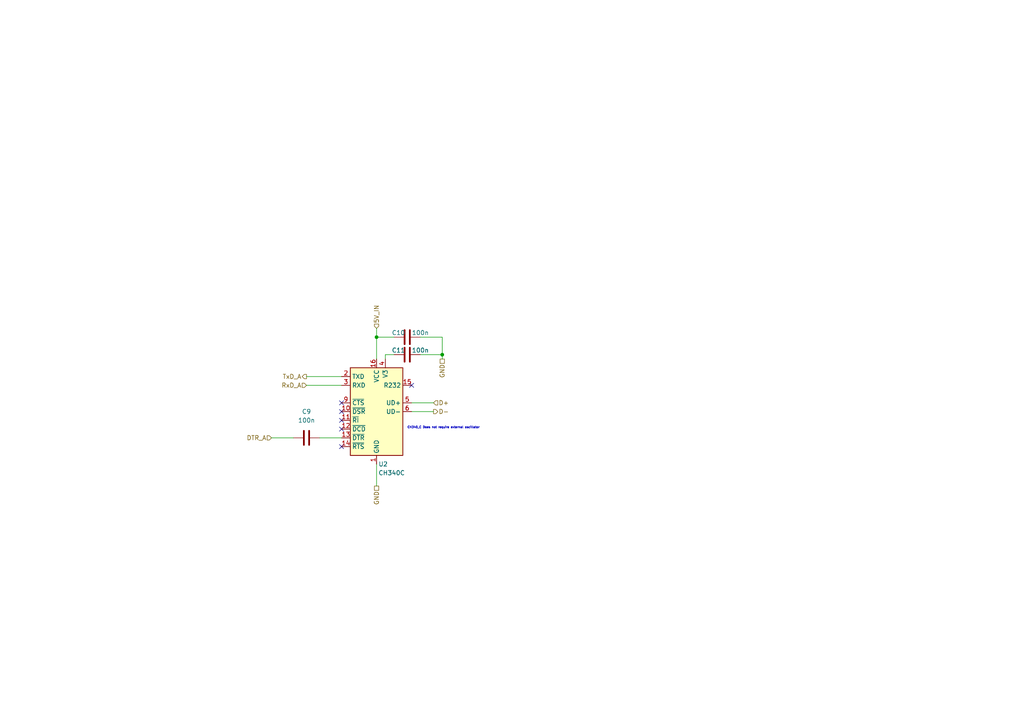
<source format=kicad_sch>
(kicad_sch (version 20230121) (generator eeschema)
  (paper "A4")
  (lib_symbols
    (symbol "000_Capacitor_Film_Immo:cap_film_0805" (pin_numbers hide) (pin_names (offset 0.254))
      (property "Reference" "C" (at 0.635 2.54 0))
      (property "Value" "cap_film_0805" (at 0.635 -2.54 0))
      (symbol "cap_film_0805_0_1"
        (polyline (pts (xy -2.032 -0.762) (xy 2.032 -0.762)) (stroke (width 0.508)))
        (polyline (pts (xy -2.032 0.762) (xy 2.032 0.762)) (stroke (width 0.508)))
      )
      (symbol "cap_film_0805_1_1"
        (pin passive line (at 0 3.81 270) (length 2.794) (name "~") (number "1"))
        (pin passive line (at 0 -3.81 90) (length 2.794) (name "~") (number "2"))
      )
    )
    (symbol "Interface_USB:CH340C"
      (property "Reference" "U" (at -5.08 13.97 0))
      (property "Value" "CH340C" (at 1.27 13.97 0))
      (symbol "CH340C_0_1"
        (rectangle (start -7.62 12.7) (end 7.62 -12.7) (stroke (width 0.254)) (fill (type background)))
      )
      (symbol "CH340C_1_1"
        (pin power_in line (at 0 -15.24 90) (length 2.54) (name "GND") (number "1"))
        (pin input line (at 10.16 0 180) (length 2.54) (name "~{DSR}") (number "10"))
        (pin input line (at 10.16 -2.54 180) (length 2.54) (name "~{RI}") (number "11"))
        (pin input line (at 10.16 -5.08 180) (length 2.54) (name "~{DCD}") (number "12"))
        (pin output line (at 10.16 -7.62 180) (length 2.54) (name "~{DTR}") (number "13"))
        (pin output line (at 10.16 -10.16 180) (length 2.54) (name "~{RTS}") (number "14"))
        (pin input line (at -10.16 7.62 0) (length 2.54) (name "R232") (number "15"))
        (pin power_in line (at 0 15.24 270) (length 2.54) (name "VCC") (number "16"))
        (pin output line (at 10.16 10.16 180) (length 2.54) (name "TXD") (number "2"))
        (pin input line (at 10.16 7.62 180) (length 2.54) (name "RXD") (number "3"))
        (pin passive line (at -2.54 15.24 270) (length 2.54) (name "V3") (number "4"))
        (pin bidirectional line (at -10.16 2.54 0) (length 2.54) (name "UD+") (number "5"))
        (pin bidirectional line (at -10.16 0 0) (length 2.54) (name "UD-") (number "6"))
        (pin no_connect line (at -7.62 -7.62 0) (length 2.54) hide (name "NC") (number "7"))
        (pin no_connect line (at -7.62 -10.16 0) (length 2.54) hide (name "NC") (number "8"))
        (pin input line (at 10.16 2.54 180) (length 2.54) (name "~{CTS}") (number "9"))
      )
    )
  )
  (junction (at 109.22 97.79))
  (junction (at 128.27 102.87))
  (no_connect (at 99.06 119.38))
  (no_connect (at 119.38 111.76))
  (no_connect (at 99.06 124.46))
  (no_connect (at 99.06 129.54))
  (no_connect (at 99.06 116.84))
  (no_connect (at 99.06 121.92))
  (wire (pts (xy 119.38 116.84) (xy 125.73 116.84)))
  (wire (pts (xy 128.27 102.87) (xy 121.92 102.87)))
  (wire (pts (xy 88.9 111.76) (xy 99.06 111.76)))
  (wire (pts (xy 88.9 109.22) (xy 99.06 109.22)))
  (wire (pts (xy 111.76 102.87) (xy 114.3 102.87)))
  (wire (pts (xy 119.38 119.38) (xy 125.73 119.38)))
  (wire (pts (xy 78.74 127) (xy 85.09 127)))
  (wire (pts (xy 109.22 97.79) (xy 109.22 104.14)))
  (wire (pts (xy 128.27 102.87) (xy 128.27 97.79)))
  (wire (pts (xy 128.27 104.14) (xy 128.27 102.87)))
  (wire (pts (xy 92.71 127) (xy 99.06 127)))
  (wire (pts (xy 128.27 97.79) (xy 121.92 97.79)))
  (wire (pts (xy 109.22 97.79) (xy 114.3 97.79)))
  (wire (pts (xy 109.22 95.25) (xy 109.22 97.79)))
  (wire (pts (xy 109.22 134.62) (xy 109.22 140.97)))
  (wire (pts (xy 111.76 104.14) (xy 111.76 102.87)))
  (text "CH340_C Does not require external oscillator" (at 118.11 124.46 0) (effects (font (size 0.6 0.6)) (justify left bottom)))
  (hierarchical_label "DTR_A" (shape input) (at 78.74 127 180))
  (hierarchical_label "GND" (shape passive) (at 109.22 140.97 270))
  (hierarchical_label "GND" (shape passive) (at 128.27 104.14 270))
  (hierarchical_label "D-" (shape output) (at 125.73 119.38 0))
  (hierarchical_label "RxD_A" (shape input) (at 88.9 111.76 180))
  (hierarchical_label "D+" (shape input) (at 125.73 116.84 0))
  (hierarchical_label "TxD_A" (shape output) (at 88.9 109.22 180))
  (hierarchical_label "5V_IN" (shape input) (at 109.22 95.25 90))
  (symbol (lib_id "000_Capacitor_Film_Immo:cap_film_0805") (at 88.9 127 90) (unit 1)
    (property "Reference" "C9" (at 88.9 119.38 90))
    (property "Value" "100n" (at 88.9 121.92 90))
    (property "Footprint" "Capacitor_SMD:C_0805_2012Metric_Pad1.18x1.45mm_HandSolder" (effects hide))
    (instances (project "ImogenWren" (path "" (reference "C9") (unit 1)) (path "" (reference "C6") (unit 1))))
  )
  (symbol (lib_id "000_Capacitor_Film_Immo:cap_film_0805") (at 118.11 97.79 90) (unit 1)
    (property "Reference" "C10" (at 115.57 96.52 90))
    (property "Value" "100n" (at 121.92 96.52 90))
    (property "Footprint" "Capacitor_SMD:C_0805_2012Metric_Pad1.18x1.45mm_HandSolder" (effects hide))
    (instances (project "ImogenWren" (path "" (reference "C10") (unit 1)) (path "" (reference "C7") (unit 1))))
  )
  (symbol (lib_id "Interface_USB:CH340C") (at 109.22 119.38 0) (mirror y) (unit 1)
    (property "Reference" "U2" (at 109.7406 134.62 0) (effects (justify right)))
    (property "Value" "CH340C" (at 109.7406 137.16 0) (effects (justify right)))
    (property "Footprint" "Package_SO:SOIC-16_3.9x9.9mm_P1.27mm" (effects hide))
    (property "Datasheet" "https://datasheet.lcsc.com/szlcsc/Jiangsu-Qin-Heng-CH340C_C84681.pdf" (effects hide))
    (instances (project "ImogenWren" (path "" (reference "U2") (unit 1)) (path "" (reference "U1") (unit 1))))
  )
  (symbol (lib_id "000_Capacitor_Film_Immo:cap_film_0805") (at 118.11 102.87 90) (unit 1)
    (property "Reference" "C11" (at 115.57 101.6 90))
    (property "Value" "100n" (at 121.92 101.6 90))
    (property "Footprint" "Capacitor_SMD:C_0805_2012Metric_Pad1.18x1.45mm_HandSolder" (effects hide))
    (instances (project "ImogenWren" (path "" (reference "C11") (unit 1)) (path "" (reference "C8") (unit 1))))
  )
)
</source>
